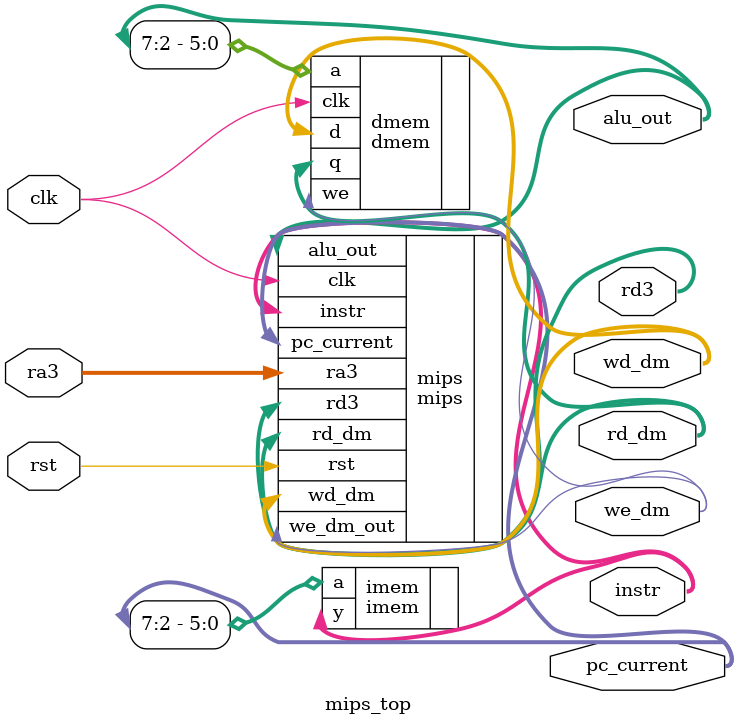
<source format=v>
module mips_top (
        input  wire        clk,
        input  wire        rst,
        input  wire [4:0]  ra3,
        output wire        we_dm,
        output wire [31:0] pc_current,
        output wire [31:0] instr,
        output wire [31:0] alu_out,
        output wire [31:0] wd_dm,
        output wire [31:0] rd_dm,
        output wire [31:0] rd3
    );

    wire [31:0] DONT_USE;

    mips mips (
            .clk            (clk),
            .rst            (rst),
            .ra3            (ra3),
            .instr          (instr),
            .rd_dm          (rd_dm),
            .we_dm_out          (we_dm),
            .pc_current     (pc_current),
            .alu_out        (alu_out),
            .wd_dm          (wd_dm),
            .rd3            (rd3)
        );

    imem imem (
            .a              (pc_current[7:2]),
            .y              (instr)
        );

    dmem dmem (
            .clk            (clk),
            .we             (we_dm),
            .a              (alu_out[7:2]),
            .d              (wd_dm),
            .q              (rd_dm)
        );

endmodule
</source>
